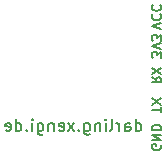
<source format=gbr>
G04 #@! TF.GenerationSoftware,KiCad,Pcbnew,5.0.1*
G04 #@! TF.CreationDate,2019-03-26T00:16:52+01:00*
G04 #@! TF.ProjectId,darling,6461726C696E672E6B696361645F7063,rev?*
G04 #@! TF.SameCoordinates,Original*
G04 #@! TF.FileFunction,Legend,Bot*
G04 #@! TF.FilePolarity,Positive*
%FSLAX46Y46*%
G04 Gerber Fmt 4.6, Leading zero omitted, Abs format (unit mm)*
G04 Created by KiCad (PCBNEW 5.0.1) date Tue 26 Mar 2019 12:16:52 AM CET*
%MOMM*%
%LPD*%
G01*
G04 APERTURE LIST*
%ADD10C,0.200000*%
G04 APERTURE END LIST*
D10*
X137400000Y-129359523D02*
X137438095Y-129435714D01*
X137438095Y-129550000D01*
X137400000Y-129664285D01*
X137323809Y-129740476D01*
X137247619Y-129778571D01*
X137095238Y-129816666D01*
X136980952Y-129816666D01*
X136828571Y-129778571D01*
X136752380Y-129740476D01*
X136676190Y-129664285D01*
X136638095Y-129550000D01*
X136638095Y-129473809D01*
X136676190Y-129359523D01*
X136714285Y-129321428D01*
X136980952Y-129321428D01*
X136980952Y-129473809D01*
X136638095Y-128978571D02*
X137438095Y-128978571D01*
X136638095Y-128521428D01*
X137438095Y-128521428D01*
X136638095Y-128140476D02*
X137438095Y-128140476D01*
X137438095Y-127950000D01*
X137400000Y-127835714D01*
X137323809Y-127759523D01*
X137247619Y-127721428D01*
X137095238Y-127683333D01*
X136980952Y-127683333D01*
X136828571Y-127721428D01*
X136752380Y-127759523D01*
X136676190Y-127835714D01*
X136638095Y-127950000D01*
X136638095Y-128140476D01*
X137438095Y-126609523D02*
X137438095Y-126152380D01*
X136638095Y-126380952D02*
X137438095Y-126380952D01*
X137438095Y-125961904D02*
X136638095Y-125428571D01*
X137438095Y-125428571D02*
X136638095Y-125961904D01*
X136638095Y-123633333D02*
X137019047Y-123900000D01*
X136638095Y-124090476D02*
X137438095Y-124090476D01*
X137438095Y-123785714D01*
X137400000Y-123709523D01*
X137361904Y-123671428D01*
X137285714Y-123633333D01*
X137171428Y-123633333D01*
X137095238Y-123671428D01*
X137057142Y-123709523D01*
X137019047Y-123785714D01*
X137019047Y-124090476D01*
X137438095Y-123366666D02*
X136638095Y-122833333D01*
X137438095Y-122833333D02*
X136638095Y-123366666D01*
X137438095Y-121990476D02*
X137438095Y-121495238D01*
X137133333Y-121761904D01*
X137133333Y-121647619D01*
X137095238Y-121571428D01*
X137057142Y-121533333D01*
X136980952Y-121495238D01*
X136790476Y-121495238D01*
X136714285Y-121533333D01*
X136676190Y-121571428D01*
X136638095Y-121647619D01*
X136638095Y-121876190D01*
X136676190Y-121952380D01*
X136714285Y-121990476D01*
X137438095Y-121266666D02*
X136638095Y-121000000D01*
X137438095Y-120733333D01*
X137438095Y-120542857D02*
X137438095Y-120047619D01*
X137133333Y-120314285D01*
X137133333Y-120200000D01*
X137095238Y-120123809D01*
X137057142Y-120085714D01*
X136980952Y-120047619D01*
X136790476Y-120047619D01*
X136714285Y-120085714D01*
X136676190Y-120123809D01*
X136638095Y-120200000D01*
X136638095Y-120428571D01*
X136676190Y-120504761D01*
X136714285Y-120542857D01*
X137438095Y-119566666D02*
X136638095Y-119300000D01*
X137438095Y-119033333D01*
X136714285Y-118309523D02*
X136676190Y-118347619D01*
X136638095Y-118461904D01*
X136638095Y-118538095D01*
X136676190Y-118652380D01*
X136752380Y-118728571D01*
X136828571Y-118766666D01*
X136980952Y-118804761D01*
X137095238Y-118804761D01*
X137247619Y-118766666D01*
X137323809Y-118728571D01*
X137400000Y-118652380D01*
X137438095Y-118538095D01*
X137438095Y-118461904D01*
X137400000Y-118347619D01*
X137361904Y-118309523D01*
X136714285Y-117509523D02*
X136676190Y-117547619D01*
X136638095Y-117661904D01*
X136638095Y-117738095D01*
X136676190Y-117852380D01*
X136752380Y-117928571D01*
X136828571Y-117966666D01*
X136980952Y-118004761D01*
X137095238Y-118004761D01*
X137247619Y-117966666D01*
X137323809Y-117928571D01*
X137400000Y-117852380D01*
X137438095Y-117738095D01*
X137438095Y-117661904D01*
X137400000Y-117547619D01*
X137361904Y-117509523D01*
X135285714Y-128202380D02*
X135285714Y-127202380D01*
X135285714Y-128154761D02*
X135380952Y-128202380D01*
X135571428Y-128202380D01*
X135666666Y-128154761D01*
X135714285Y-128107142D01*
X135761904Y-128011904D01*
X135761904Y-127726190D01*
X135714285Y-127630952D01*
X135666666Y-127583333D01*
X135571428Y-127535714D01*
X135380952Y-127535714D01*
X135285714Y-127583333D01*
X134380952Y-128202380D02*
X134380952Y-127678571D01*
X134428571Y-127583333D01*
X134523809Y-127535714D01*
X134714285Y-127535714D01*
X134809523Y-127583333D01*
X134380952Y-128154761D02*
X134476190Y-128202380D01*
X134714285Y-128202380D01*
X134809523Y-128154761D01*
X134857142Y-128059523D01*
X134857142Y-127964285D01*
X134809523Y-127869047D01*
X134714285Y-127821428D01*
X134476190Y-127821428D01*
X134380952Y-127773809D01*
X133904761Y-128202380D02*
X133904761Y-127535714D01*
X133904761Y-127726190D02*
X133857142Y-127630952D01*
X133809523Y-127583333D01*
X133714285Y-127535714D01*
X133619047Y-127535714D01*
X133142857Y-128202380D02*
X133238095Y-128154761D01*
X133285714Y-128059523D01*
X133285714Y-127202380D01*
X132761904Y-128202380D02*
X132761904Y-127535714D01*
X132761904Y-127202380D02*
X132809523Y-127250000D01*
X132761904Y-127297619D01*
X132714285Y-127250000D01*
X132761904Y-127202380D01*
X132761904Y-127297619D01*
X132285714Y-127535714D02*
X132285714Y-128202380D01*
X132285714Y-127630952D02*
X132238095Y-127583333D01*
X132142857Y-127535714D01*
X132000000Y-127535714D01*
X131904761Y-127583333D01*
X131857142Y-127678571D01*
X131857142Y-128202380D01*
X130952380Y-127535714D02*
X130952380Y-128345238D01*
X131000000Y-128440476D01*
X131047619Y-128488095D01*
X131142857Y-128535714D01*
X131285714Y-128535714D01*
X131380952Y-128488095D01*
X130952380Y-128154761D02*
X131047619Y-128202380D01*
X131238095Y-128202380D01*
X131333333Y-128154761D01*
X131380952Y-128107142D01*
X131428571Y-128011904D01*
X131428571Y-127726190D01*
X131380952Y-127630952D01*
X131333333Y-127583333D01*
X131238095Y-127535714D01*
X131047619Y-127535714D01*
X130952380Y-127583333D01*
X130476190Y-128107142D02*
X130428571Y-128154761D01*
X130476190Y-128202380D01*
X130523809Y-128154761D01*
X130476190Y-128107142D01*
X130476190Y-128202380D01*
X130095238Y-128202380D02*
X129571428Y-127535714D01*
X130095238Y-127535714D02*
X129571428Y-128202380D01*
X128809523Y-128154761D02*
X128904761Y-128202380D01*
X129095238Y-128202380D01*
X129190476Y-128154761D01*
X129238095Y-128059523D01*
X129238095Y-127678571D01*
X129190476Y-127583333D01*
X129095238Y-127535714D01*
X128904761Y-127535714D01*
X128809523Y-127583333D01*
X128761904Y-127678571D01*
X128761904Y-127773809D01*
X129238095Y-127869047D01*
X128333333Y-127535714D02*
X128333333Y-128202380D01*
X128333333Y-127630952D02*
X128285714Y-127583333D01*
X128190476Y-127535714D01*
X128047619Y-127535714D01*
X127952380Y-127583333D01*
X127904761Y-127678571D01*
X127904761Y-128202380D01*
X127000000Y-127535714D02*
X127000000Y-128345238D01*
X127047619Y-128440476D01*
X127095238Y-128488095D01*
X127190476Y-128535714D01*
X127333333Y-128535714D01*
X127428571Y-128488095D01*
X127000000Y-128154761D02*
X127095238Y-128202380D01*
X127285714Y-128202380D01*
X127380952Y-128154761D01*
X127428571Y-128107142D01*
X127476190Y-128011904D01*
X127476190Y-127726190D01*
X127428571Y-127630952D01*
X127380952Y-127583333D01*
X127285714Y-127535714D01*
X127095238Y-127535714D01*
X127000000Y-127583333D01*
X126523809Y-128202380D02*
X126523809Y-127535714D01*
X126523809Y-127202380D02*
X126571428Y-127250000D01*
X126523809Y-127297619D01*
X126476190Y-127250000D01*
X126523809Y-127202380D01*
X126523809Y-127297619D01*
X126047619Y-128107142D02*
X126000000Y-128154761D01*
X126047619Y-128202380D01*
X126095238Y-128154761D01*
X126047619Y-128107142D01*
X126047619Y-128202380D01*
X125142857Y-128202380D02*
X125142857Y-127202380D01*
X125142857Y-128154761D02*
X125238095Y-128202380D01*
X125428571Y-128202380D01*
X125523809Y-128154761D01*
X125571428Y-128107142D01*
X125619047Y-128011904D01*
X125619047Y-127726190D01*
X125571428Y-127630952D01*
X125523809Y-127583333D01*
X125428571Y-127535714D01*
X125238095Y-127535714D01*
X125142857Y-127583333D01*
X124285714Y-128154761D02*
X124380952Y-128202380D01*
X124571428Y-128202380D01*
X124666666Y-128154761D01*
X124714285Y-128059523D01*
X124714285Y-127678571D01*
X124666666Y-127583333D01*
X124571428Y-127535714D01*
X124380952Y-127535714D01*
X124285714Y-127583333D01*
X124238095Y-127678571D01*
X124238095Y-127773809D01*
X124714285Y-127869047D01*
M02*

</source>
